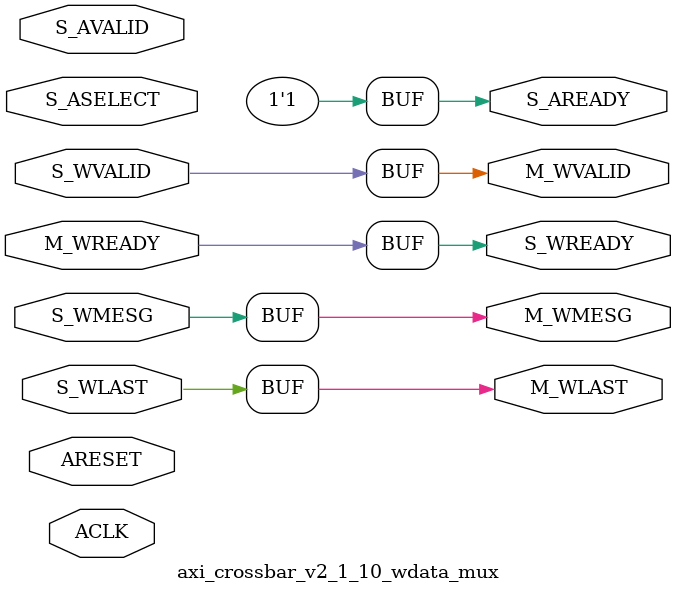
<source format=v>

`timescale 1ps/1ps
`default_nettype none

(* DowngradeIPIdentifiedWarnings="yes" *) 
module axi_crossbar_v2_1_10_wdata_mux #
  (
   parameter         C_FAMILY       = "none", // FPGA Family.
   parameter integer C_WMESG_WIDTH            =  1, // Width of W-channel payload.
   parameter integer C_NUM_SLAVE_SLOTS     =  1, // Number of S_* ports.
   parameter integer C_SELECT_WIDTH      =  1, // Width of ASELECT.
   parameter integer C_FIFO_DEPTH_LOG     =  0 // Queue depth = 2**C_FIFO_DEPTH_LOG.
   )
  (
   // System Signals
   input  wire                                        ACLK,
   input  wire                                        ARESET,
   // Slave Data Ports
   input  wire [C_NUM_SLAVE_SLOTS*C_WMESG_WIDTH-1:0]     S_WMESG,
   input  wire [C_NUM_SLAVE_SLOTS-1:0]                S_WLAST,
   input  wire [C_NUM_SLAVE_SLOTS-1:0]                S_WVALID,
   output wire [C_NUM_SLAVE_SLOTS-1:0]                S_WREADY,
   // Master Data Ports
   output wire [C_WMESG_WIDTH-1:0]                       M_WMESG,
   output wire                                        M_WLAST,
   output wire                                        M_WVALID,
   input  wire                                        M_WREADY,
   // Write Command Ports
   input  wire [C_SELECT_WIDTH-1:0]                 S_ASELECT,  // SI-slot index from AW arbiter
   input  wire                                        S_AVALID,
   output wire                                        S_AREADY
   );

  localparam integer P_FIFO_DEPTH_LOG = (C_FIFO_DEPTH_LOG <= 5) ? C_FIFO_DEPTH_LOG : 5;  // Max depth = 32
  
  // Decode select input to 1-hot
  function [C_NUM_SLAVE_SLOTS-1:0] f_decoder (
      input [C_SELECT_WIDTH-1:0] sel
    );
    integer i;
    begin
      for (i=0; i<C_NUM_SLAVE_SLOTS; i=i+1) begin
        f_decoder[i] = (sel == i);
      end
    end
  endfunction

  wire                                          m_valid_i;
  wire                                          m_last_i;
  wire [C_NUM_SLAVE_SLOTS-1:0]             m_select_hot;
  wire [C_SELECT_WIDTH-1:0]                 m_select_enc;
  wire                                          m_avalid;
  wire                                          m_aready;
  
  generate
    if (C_NUM_SLAVE_SLOTS>1) begin : gen_wmux
      // SI-side write command queue
      axi_data_fifo_v2_1_8_axic_reg_srl_fifo #
        (
         .C_FAMILY          (C_FAMILY),
         .C_FIFO_WIDTH      (C_SELECT_WIDTH),
         .C_FIFO_DEPTH_LOG  (P_FIFO_DEPTH_LOG),
         .C_USE_FULL        (0)
         )
        wmux_aw_fifo
          (
           .ACLK    (ACLK),
           .ARESET  (ARESET),
           .S_MESG  (S_ASELECT),
           .S_VALID (S_AVALID),
           .S_READY (S_AREADY),
           .M_MESG  (m_select_enc),
           .M_VALID (m_avalid),
           .M_READY (m_aready)
           );
    
      assign m_select_hot = f_decoder(m_select_enc);
      
      // Instantiate MUX
      generic_baseblocks_v2_1_0_mux_enc # 
        (
         .C_FAMILY      ("rtl"),
         .C_RATIO       (C_NUM_SLAVE_SLOTS),
         .C_SEL_WIDTH   (C_SELECT_WIDTH),
         .C_DATA_WIDTH  (C_WMESG_WIDTH)
        ) mux_w 
        (
         .S   (m_select_enc),
         .A   (S_WMESG),
         .O   (M_WMESG),
         .OE  (1'b1)
        ); 
        
      assign m_last_i  = |(S_WLAST & m_select_hot);
      assign m_valid_i = |(S_WVALID & m_select_hot);
      
      assign m_aready = m_valid_i & m_avalid & m_last_i & M_WREADY;
      assign M_WLAST = m_last_i;
      assign M_WVALID = m_valid_i & m_avalid;
      assign S_WREADY = m_select_hot & {C_NUM_SLAVE_SLOTS{m_avalid & M_WREADY}};
    end else begin : gen_no_wmux
      assign S_AREADY = 1'b1;
      assign M_WVALID = S_WVALID;
      assign S_WREADY = M_WREADY;
      assign M_WLAST = S_WLAST;
      assign M_WMESG = S_WMESG;
    end
  endgenerate
  
endmodule

`default_nettype wire

</source>
